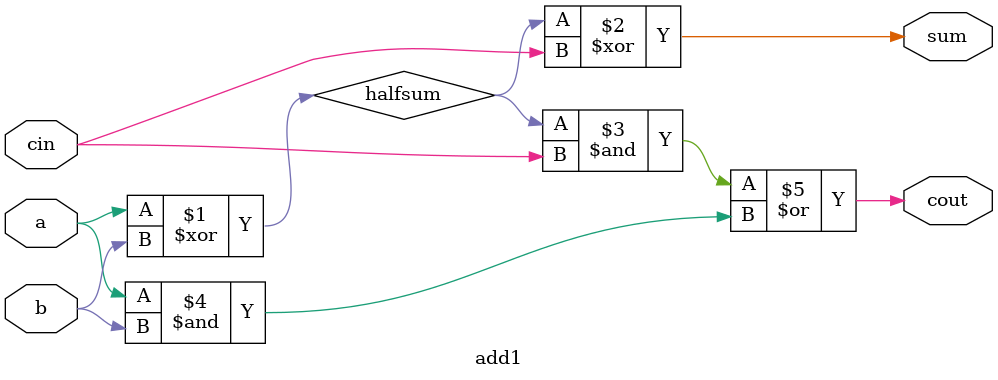
<source format=v>
`default_nettype none

/*
 * module add16 (
 *     input[15:0] a, b, 
 *     input cin,
 *     output[15:0] sum,
 *     output cout
 * );
 */

module top_module (
    input [31:0] a,
    input [31:0] b,
    output [31:0] sum
);

    wire [15:0] upper, lower;
    wire carry;

    add16 add_upper (a[31:16], b[31:16], carry, upper, ),
          add_lower (a[15:0], b[15:0], 1'b0, lower, carry);

    assign sum = {upper, lower};

endmodule


module add1 ( input a, input b, input cin, output sum, output cout );

    wire halfsum;

    assign halfsum = a ^ b;
    assign sum = halfsum ^ cin;
    assign cout = (halfsum & cin) | (a & b);

endmodule

</source>
